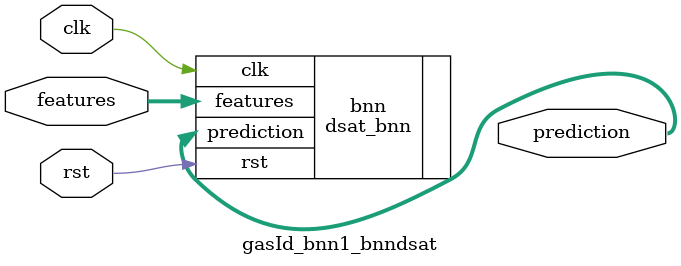
<source format=v>















module gasId_bnn1_bnndsat #(

parameter FEAT_CNT = 128,
parameter HIDDEN_CNT = 40,
parameter FEAT_BITS = 4,
parameter CLASS_CNT = 6,
parameter TEST_CNT = 1000


  ) (
  input clk,
  input rst,
  input [FEAT_CNT*FEAT_BITS-1:0] features,
  output [$clog2(CLASS_CNT)-1:0] prediction
  );

  localparam Weights0 = 5120'b01111111110011111101000001110011011111101111111111000000001000000110100000111101000110100111101000001110100011101110001000010100010110010011101011011101010111111011100011001000000111111110010001011100101111000100111110101100001100111011010111000000010000100001111111011111001110001011000001101110111111111011111111111111000111000101001111110010000010101010101011011000001111111001110100111000001100111101011110011011101010011010011100101111100010100100001011100010000100111101001011011010101000000111000100010001011001100010000100000000110000010000010000010110111111011111110100000000110000111111000011110011100101101100001101011111101001011001100010011100010111111001101011110100111110000110101011000010100111100101111010011111011011001001101010010100110000000110000010010010000000001010000101000011001100110110001101000000100110111010011010000000111100000011001010100001111010100101111111111110001000010100010101100101010000011100000110000001111100000111000110100001000000110000000111110011010001011100110100011111101001101101101001101101110110001101110100101111110001001111111111111101001100111111101100001010110110101111000010111001100111110101111110100000101000011100011100000111010000100100010001100000001000000110001000000110000101011010010111101111101011111001000001100010011000001110000000011111010111010010000001100001101111110101111100011111001100111110111101001100001100011011000110011101110111110110000100100001000000010110001011000010001000011100000011110100011000011000000000010011111000111000011110010101110110111001001010011111110111110000100001011000100110110000111100011111101111110111111100111110001000101010101011111011110010101111111111011111100111000111110000111100100111001101100000100000001011111111111111010100110010101110110001101110000110001011010010001100110111110110000101100000111010100010101001110001000000001010111011001111110111100100001001010110000101100110100001010000101011110011111100111110000111111111001000011000110110001101111011111011100000010111100000011010011010001100101100101010101111111010000000111110000111011010111110011101100110000010100101101001101111111101110111011111110100011100110111001111100100001000000101110011100011011011010010000101000110101010101010111111000001101011111010111011100000010111101001101010110111100100001011110101011110011001001000100000001001100010011001101111000101101000010001000010001000101010100110001011111101111011011100001111011001100000100011000001001110100101101001011110001111100111111011101010111000100000000000111110111111101100100101001001100111101000111100100000101100101100101011011111011100000001110011001011011110111110010001000000000011100110100100111011011110000111111110100111101100010010001000000011000001100110001011001100000111101110011011000000111000100001001111001011111101111101010000101110110101100010100011011100110001010000000001101111111011111101000001000000101010101110001000010111001000011000011111110101001101010100010101001000000000011100000011000001000000100010001110011101110101000010000001000000001000010110001011000110110101001010111011001111111110100111010000000001111000001100010101000000111001010010010110100111011111111001010010100111100000100011011101110000001000000101111111011111110101000010010001001101000011011000010100100000101111111101111111100011010101110000110001011101100100011110000111111101101011010010000000000100101011001100111101100000111000001100101111001110101000101010001001000100010101111011000000010000101011000010100110100111010101111100000000000010000101010010111111100010001000101111101111001100111100110100010000101011101001100100110000100000101000010011000101000011111000101001111110000001100001000010001010011010110001011101010010110111100011110000011011100000110001000001011101100111101000001110000001010111110101110110000100111111110000010010000101110000101100100100111010001110011111010000010101011111011111010001110111011111010011110101110110010111001100000111110110101100101010000001111101001111000111110011001100010011110100000010101101000011100000111010111111001111000000000010000001111101110010011101000011110010010011101101111110010000110000001000001111100110001000011100000110001101001101111010000010100000110000110100011100110110011100111100110110000111010111111001110011111100011011010001100011011100110000100000110101111111111111011001001001011101010010101010100000010010101000101010001101001111011000011010010110000111001000010100111100100111000100000011010011100011010001000011000101110111011101010111011101010111011000010001100101011011111111010001110100011000111000001011111111111111000111100011001011111100010011010011000011110100110111110011111110000110001111111111110100010111011001110101111110100001111100001011001010011011110110111001110100111111101011110110001110000000110010110110110110100000111000001010011000001111001000011000010111000101000011111110001011100000000011110001111101010111110000011011100011111000010111111001111100001110011110110000000001000000010011010111101110011010101010000111111111111111000000000010011011010101101000001111111110011011111000010110000111011111000111110000011001101011000011111001111001010001111000000101111100111011 ;
  localparam Weights1 = 240'b001101100010110011101111111110000101100100111011101110001100100011010110111110010011010000101000111011101111100011011101110101110110000001111111010010111010101110110110000010000111110101011111100011100111010010101100110110001100101001011011 ;
  localparam Widths = 320'h09090909090909090a0909090a080a09090809090908080909090a0808090909080809080a080909 ;

  dsat_bnn #(.FEAT_CNT(FEAT_CNT),.FEAT_BITS(FEAT_BITS),.HIDDEN_CNT(HIDDEN_CNT),.CLASS_CNT(CLASS_CNT),.Weights0(Weights0),.Weights1(Weights1),
    .WIDTHS(Widths)) bnn (
    .clk(clk),
    .rst(rst),
    .features(features),
    .prediction(prediction)
  );

endmodule

</source>
